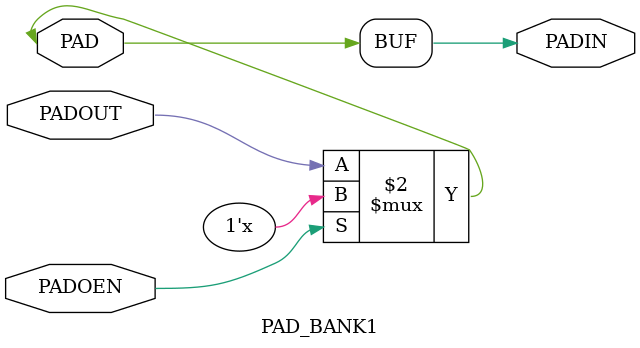
<source format=v>
`timescale 10ps/1ps
module PAD_BANK1(PAD, PADIN, PADOUT, PADOEN);
inout PAD;
input PADOUT, PADOEN;
output PADIN;
parameter IO_STANDARD = "SB_LVCMOS";
parameter PULLUP = 1'b0; // by default the IO will have NO pullup, this parameter is used only on bank 0, 1, and 2. Will be ignored when it is placed at bank 3

assign PAD = (~PADOEN) ? PADOUT : 1'bz;
assign PADIN = PAD ;


endmodule

</source>
